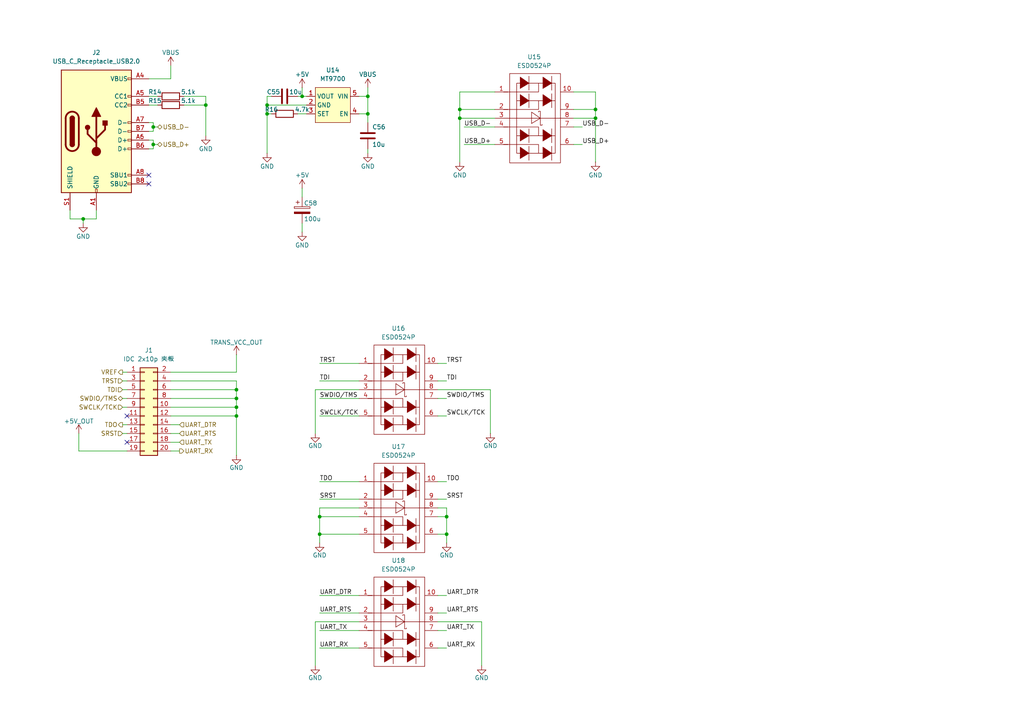
<source format=kicad_sch>
(kicad_sch (version 20241209) (generator "eeschema") (generator_version "9.0")
  (paper "A4")
  (lib_symbols
    (symbol "Connector:USB_C_Receptacle_USB2.0" (pin_names (offset 1.016))
      (property "Reference" "J" (at -10.16 19.05 0))
      (property "Value" "USB_C_Receptacle_USB2.0" (at 19.05 19.05 0))
      (symbol "USB_C_Receptacle_USB2.0_0_0"
        (rectangle (start -0.254 -17.78) (end 0.254 -16.764))
        (rectangle (start 10.16 15.494) (end 9.144 14.986))
        (rectangle (start 10.16 10.414) (end 9.144 9.906))
        (rectangle (start 10.16 7.874) (end 9.144 7.366))
        (rectangle (start 10.16 2.794) (end 9.144 2.286))
        (rectangle (start 10.16 0.254) (end 9.144 -0.254))
        (rectangle (start 10.16 -2.286) (end 9.144 -2.794))
        (rectangle (start 10.16 -4.826) (end 9.144 -5.334))
        (rectangle (start 10.16 -12.446) (end 9.144 -12.954))
        (rectangle (start 10.16 -14.986) (end 9.144 -15.494))
      )
      (symbol "USB_C_Receptacle_USB2.0_0_1"
        (rectangle (start -10.16 17.78) (end 10.16 -17.78) (stroke (width 0.254)) (fill (type background)))
        (polyline (pts (xy -8.89 -3.81) (xy -8.89 3.81)) (stroke (width 0.508)))
        (rectangle (start -7.62 -3.81) (end -6.35 3.81) (stroke (width 0.254)) (fill (type outline)))
        (arc (start -7.62 3.81) (mid -6.985 4.4423) (end -6.35 3.81) (stroke (width 0.254)) (fill (type outline)))
        (arc (start -7.62 3.81) (mid -6.985 4.4423) (end -6.35 3.81) (stroke (width 0.254)))
        (arc (start -8.89 3.81) (mid -6.985 5.7067) (end -5.08 3.81) (stroke (width 0.508)))
        (arc (start -5.08 -3.81) (mid -6.985 -5.7067) (end -8.89 -3.81) (stroke (width 0.508)))
        (arc (start -6.35 -3.81) (mid -6.985 -4.4423) (end -7.62 -3.81) (stroke (width 0.254)) (fill (type outline)))
        (arc (start -6.35 -3.81) (mid -6.985 -4.4423) (end -7.62 -3.81) (stroke (width 0.254)))
        (polyline (pts (xy -5.08 3.81) (xy -5.08 -3.81)) (stroke (width 0.508)))
        (circle (center -2.54 1.143) (radius 0.635) (stroke (width 0.254)) (fill (type outline)))
        (polyline (pts (xy -1.27 4.318) (xy 0 6.858) (xy 1.27 4.318) (xy -1.27 4.318)) (stroke (width 0.254)) (fill (type outline)))
        (polyline (pts (xy 0 -2.032) (xy 2.54 0.508) (xy 2.54 1.778)) (stroke (width 0.508)))
        (polyline (pts (xy 0 -3.302) (xy -2.54 -0.762) (xy -2.54 0.508)) (stroke (width 0.508)))
        (polyline (pts (xy 0 -5.842) (xy 0 4.318)) (stroke (width 0.508)))
        (circle (center 0 -5.842) (radius 1.27) (fill (type outline)))
        (rectangle (start 1.905 1.778) (end 3.175 3.048) (stroke (width 0.254)) (fill (type outline)))
      )
      (symbol "USB_C_Receptacle_USB2.0_1_1"
        (pin passive line (at -7.62 -22.86 90) (length 5.08) (name "SHIELD") (number "S1"))
        (pin passive line (at 0 -22.86 90) (length 5.08) (name "GND") (number "A1"))
        (pin passive line (at 0 -22.86 90) (length 5.08) (hide yes) (name "GND") (number "A12"))
        (pin passive line (at 0 -22.86 90) (length 5.08) (hide yes) (name "GND") (number "B1"))
        (pin passive line (at 0 -22.86 90) (length 5.08) (hide yes) (name "GND") (number "B12"))
        (pin passive line (at 15.24 15.24 180) (length 5.08) (name "VBUS") (number "A4"))
        (pin passive line (at 15.24 15.24 180) (length 5.08) (hide yes) (name "VBUS") (number "A9"))
        (pin passive line (at 15.24 15.24 180) (length 5.08) (hide yes) (name "VBUS") (number "B4"))
        (pin passive line (at 15.24 15.24 180) (length 5.08) (hide yes) (name "VBUS") (number "B9"))
        (pin bidirectional line (at 15.24 10.16 180) (length 5.08) (name "CC1") (number "A5"))
        (pin bidirectional line (at 15.24 7.62 180) (length 5.08) (name "CC2") (number "B5"))
        (pin bidirectional line (at 15.24 2.54 180) (length 5.08) (name "D-") (number "A7"))
        (pin bidirectional line (at 15.24 0 180) (length 5.08) (name "D-") (number "B7"))
        (pin bidirectional line (at 15.24 -2.54 180) (length 5.08) (name "D+") (number "A6"))
        (pin bidirectional line (at 15.24 -5.08 180) (length 5.08) (name "D+") (number "B6"))
        (pin bidirectional line (at 15.24 -12.7 180) (length 5.08) (name "SBU1") (number "A8"))
        (pin bidirectional line (at 15.24 -15.24 180) (length 5.08) (name "SBU2") (number "B8"))
      )
    )
    (symbol "Connector_Generic:Conn_02x10_Odd_Even" (pin_names (offset 1.016) (hide yes))
      (property "Reference" "J" (at 1.27 12.7 0))
      (property "Value" "Conn_02x10_Odd_Even" (at 1.27 -15.24 0))
      (symbol "Conn_02x10_Odd_Even_1_1"
        (rectangle (start -1.27 11.43) (end 3.81 -13.97) (stroke (width 0.254)) (fill (type background)))
        (rectangle (start -1.27 10.287) (end 0 10.033) (stroke (width 0.1524)))
        (rectangle (start -1.27 7.747) (end 0 7.493) (stroke (width 0.1524)))
        (rectangle (start -1.27 5.207) (end 0 4.953) (stroke (width 0.1524)))
        (rectangle (start -1.27 2.667) (end 0 2.413) (stroke (width 0.1524)))
        (rectangle (start -1.27 0.127) (end 0 -0.127) (stroke (width 0.1524)))
        (rectangle (start -1.27 -2.413) (end 0 -2.667) (stroke (width 0.1524)))
        (rectangle (start -1.27 -4.953) (end 0 -5.207) (stroke (width 0.1524)))
        (rectangle (start -1.27 -7.493) (end 0 -7.747) (stroke (width 0.1524)))
        (rectangle (start -1.27 -10.033) (end 0 -10.287) (stroke (width 0.1524)))
        (rectangle (start -1.27 -12.573) (end 0 -12.827) (stroke (width 0.1524)))
        (rectangle (start 3.81 10.287) (end 2.54 10.033) (stroke (width 0.1524)))
        (rectangle (start 3.81 7.747) (end 2.54 7.493) (stroke (width 0.1524)))
        (rectangle (start 3.81 5.207) (end 2.54 4.953) (stroke (width 0.1524)))
        (rectangle (start 3.81 2.667) (end 2.54 2.413) (stroke (width 0.1524)))
        (rectangle (start 3.81 0.127) (end 2.54 -0.127) (stroke (width 0.1524)))
        (rectangle (start 3.81 -2.413) (end 2.54 -2.667) (stroke (width 0.1524)))
        (rectangle (start 3.81 -4.953) (end 2.54 -5.207) (stroke (width 0.1524)))
        (rectangle (start 3.81 -7.493) (end 2.54 -7.747) (stroke (width 0.1524)))
        (rectangle (start 3.81 -10.033) (end 2.54 -10.287) (stroke (width 0.1524)))
        (rectangle (start 3.81 -12.573) (end 2.54 -12.827) (stroke (width 0.1524)))
        (pin passive line (at -5.08 10.16 0) (length 3.81) (name "Pin_1") (number "1"))
        (pin passive line (at -5.08 7.62 0) (length 3.81) (name "Pin_3") (number "3"))
        (pin passive line (at -5.08 5.08 0) (length 3.81) (name "Pin_5") (number "5"))
        (pin passive line (at -5.08 2.54 0) (length 3.81) (name "Pin_7") (number "7"))
        (pin passive line (at -5.08 0 0) (length 3.81) (name "Pin_9") (number "9"))
        (pin passive line (at -5.08 -2.54 0) (length 3.81) (name "Pin_11") (number "11"))
        (pin passive line (at -5.08 -5.08 0) (length 3.81) (name "Pin_13") (number "13"))
        (pin passive line (at -5.08 -7.62 0) (length 3.81) (name "Pin_15") (number "15"))
        (pin passive line (at -5.08 -10.16 0) (length 3.81) (name "Pin_17") (number "17"))
        (pin passive line (at -5.08 -12.7 0) (length 3.81) (name "Pin_19") (number "19"))
        (pin passive line (at 7.62 10.16 180) (length 3.81) (name "Pin_2") (number "2"))
        (pin passive line (at 7.62 7.62 180) (length 3.81) (name "Pin_4") (number "4"))
        (pin passive line (at 7.62 5.08 180) (length 3.81) (name "Pin_6") (number "6"))
        (pin passive line (at 7.62 2.54 180) (length 3.81) (name "Pin_8") (number "8"))
        (pin passive line (at 7.62 0 180) (length 3.81) (name "Pin_10") (number "10"))
        (pin passive line (at 7.62 -2.54 180) (length 3.81) (name "Pin_12") (number "12"))
        (pin passive line (at 7.62 -5.08 180) (length 3.81) (name "Pin_14") (number "14"))
        (pin passive line (at 7.62 -7.62 180) (length 3.81) (name "Pin_16") (number "16"))
        (pin passive line (at 7.62 -10.16 180) (length 3.81) (name "Pin_18") (number "18"))
        (pin passive line (at 7.62 -12.7 180) (length 3.81) (name "Pin_20") (number "20"))
      )
    )
    (symbol "Device:C" (pin_numbers (hide yes)) (pin_names (offset 0.254))
      (property "Reference" "C" (at 0.635 2.54 0))
      (property "Value" "C" (at 0.635 -2.54 0))
      (symbol "C_0_1"
        (polyline (pts (xy -2.032 0.762) (xy 2.032 0.762)) (stroke (width 0.508)))
        (polyline (pts (xy -2.032 -0.762) (xy 2.032 -0.762)) (stroke (width 0.508)))
      )
      (symbol "C_1_1"
        (pin passive line (at 0 3.81 270) (length 2.794) (name "~") (number "1"))
        (pin passive line (at 0 -3.81 90) (length 2.794) (name "~") (number "2"))
      )
    )
    (symbol "Device:C_Polarized" (pin_numbers (hide yes)) (pin_names (offset 0.254))
      (property "Reference" "C" (at 0.635 2.54 0))
      (property "Value" "C_Polarized" (at 0.635 -2.54 0))
      (symbol "C_Polarized_0_1"
        (rectangle (start -2.286 0.508) (end 2.286 1.016))
        (polyline (pts (xy -1.778 2.286) (xy -0.762 2.286)))
        (polyline (pts (xy -1.27 2.794) (xy -1.27 1.778)))
        (rectangle (start 2.286 -0.508) (end -2.286 -1.016) (fill (type outline)))
      )
      (symbol "C_Polarized_1_1"
        (pin passive line (at 0 3.81 270) (length 2.794) (name "~") (number "1"))
        (pin passive line (at 0 -3.81 90) (length 2.794) (name "~") (number "2"))
      )
    )
    (symbol "Device:R" (pin_numbers (hide yes)) (pin_names (offset 0))
      (property "Reference" "R" (at 2.032 0 90))
      (property "Value" "R" (at 0 0 90))
      (symbol "R_0_1"
        (rectangle (start -1.016 -2.54) (end 1.016 2.54) (stroke (width 0.254)))
      )
      (symbol "R_1_1"
        (pin passive line (at 0 3.81 270) (length 1.27) (name "~") (number "1"))
        (pin passive line (at 0 -3.81 90) (length 1.27) (name "~") (number "2"))
      )
    )
    (symbol "ESD-TVS:ESD0524P" (pin_names (offset 1.016) (hide yes))
      (property "Reference" "U" (at 0 15.494 0))
      (property "Value" "ESD0524P" (at 0 20.574 0))
      (symbol "ESD0524P_1_1"
        (polyline (pts (xy -10.16 0) (xy 7.62 0)) (stroke (width 0.1524)))
        (rectangle (start -8.382 12.954) (end 6.35 -12.954) (stroke (width 0.1524)))
        (polyline (pts (xy -6.35 5.08) (xy 4.826 5.08)) (stroke (width 0.1524)))
        (polyline (pts (xy -6.35 -5.08) (xy 4.826 -5.08)) (stroke (width 0.1524)))
        (polyline (pts (xy -5.334 10.16) (xy -6.35 10.16) (xy -6.35 -10.16) (xy -5.334 -10.16)) (stroke (width 0.1524)))
        (polyline (pts (xy -5.334 8.636) (xy -2.794 10.16) (xy -5.334 11.938) (xy -5.334 8.636)) (stroke (width 0.1524)) (fill (type outline)))
        (polyline (pts (xy -5.334 3.556) (xy -2.794 5.08) (xy -5.334 6.858) (xy -5.334 3.556)) (stroke (width 0.1524)) (fill (type outline)))
        (polyline (pts (xy -5.334 -6.604) (xy -2.794 -5.08) (xy -5.334 -3.302) (xy -5.334 -6.604)) (stroke (width 0.1524)) (fill (type outline)))
        (polyline (pts (xy -5.334 -11.684) (xy -2.794 -10.16) (xy -5.334 -8.382) (xy -5.334 -11.684)) (stroke (width 0.1524)) (fill (type outline)))
        (polyline (pts (xy -3.048 10.16) (xy 4.826 10.16) (xy 4.826 -10.16) (xy -2.794 -10.16)) (stroke (width 0.1524)))
        (polyline (pts (xy -2.794 12.192) (xy -2.794 8.128)) (stroke (width 0.1524)))
        (polyline (pts (xy -2.794 7.112) (xy -2.794 3.048)) (stroke (width 0.1524)))
        (polyline (pts (xy -2.794 -3.048) (xy -2.794 -7.112)) (stroke (width 0.1524)))
        (polyline (pts (xy -2.794 -8.128) (xy -2.794 -12.192)) (stroke (width 0.1524)))
        (polyline (pts (xy -2.032 -1.524) (xy 0.508 0) (xy -2.032 1.778) (xy -2.032 -1.524)) (stroke (width 0.1524)))
        (polyline (pts (xy 0 10.16) (xy 0 7.62) (xy -10.16 7.62)) (stroke (width 0.1524)))
        (polyline (pts (xy 0 5.08) (xy 0 2.54) (xy -10.16 2.54)) (stroke (width 0.1524)))
        (polyline (pts (xy 0 -5.08) (xy 0 -2.54) (xy -10.16 -2.54)) (stroke (width 0.1524)))
        (polyline (pts (xy 0 -10.16) (xy 0 -7.62) (xy -10.16 -7.62)) (stroke (width 0.1524)))
        (polyline (pts (xy 1.016 -1.778) (xy 1.016 -2.032) (xy 0.508 -2.032) (xy 0.508 2.032) (xy 0 2.032) (xy 0 1.778)) (stroke (width 0.1524)))
        (polyline (pts (xy 1.27 8.636) (xy 3.81 10.16) (xy 1.27 11.938) (xy 1.27 8.636)) (stroke (width 0.1524)) (fill (type outline)))
        (polyline (pts (xy 1.27 3.556) (xy 3.81 5.08) (xy 1.27 6.858) (xy 1.27 3.556)) (stroke (width 0.1524)) (fill (type outline)))
        (polyline (pts (xy 1.27 -6.604) (xy 3.81 -5.08) (xy 1.27 -3.302) (xy 1.27 -6.604)) (stroke (width 0.1524)) (fill (type outline)))
        (polyline (pts (xy 1.27 -11.684) (xy 3.81 -10.16) (xy 1.27 -8.382) (xy 1.27 -11.684)) (stroke (width 0.1524)) (fill (type outline)))
        (polyline (pts (xy 3.81 12.192) (xy 3.81 8.128)) (stroke (width 0.1524)))
        (polyline (pts (xy 3.81 7.112) (xy 3.81 3.048)) (stroke (width 0.1524)))
        (polyline (pts (xy 3.81 -3.048) (xy 3.81 -7.112)) (stroke (width 0.1524)))
        (polyline (pts (xy 3.81 -8.128) (xy 3.81 -12.192)) (stroke (width 0.1524)))
        (pin passive line (at -12.7 7.62 0) (length 3.81) (name "1") (number "1"))
        (pin passive line (at -12.7 2.54 0) (length 3.81) (name "2") (number "2"))
        (pin passive line (at -12.7 0 0) (length 3.81) (name "3") (number "3"))
        (pin passive line (at -12.7 -2.54 0) (length 3.81) (name "4") (number "4"))
        (pin passive line (at -12.7 -7.62 0) (length 3.81) (name "5") (number "5"))
        (pin passive line (at 10.16 7.62 180) (length 3.81) (name "10") (number "10"))
        (pin passive line (at 10.16 2.54 180) (length 3.81) (name "9") (number "9"))
        (pin passive line (at 10.16 0 180) (length 3.81) (name "8") (number "8"))
        (pin passive line (at 10.16 -2.54 180) (length 3.81) (name "7") (number "7"))
        (pin passive line (at 10.16 -7.62 180) (length 3.81) (name "6") (number "6"))
      )
    )
    (symbol "Load Switch:MT9700"
      (property "Reference" "U" (at 2.54 8.89 0))
      (property "Value" "MT9700" (at 0 0 0))
      (symbol "MT9700_1_1"
        (rectangle (start -1.27 5.08) (end 8.89 -5.08) (fill (type background)))
        (pin bidirectional line (at -3.81 2.54 0) (length 2.54) (name "VOUT") (number "1"))
        (pin power_in line (at -3.81 0 0) (length 2.54) (name "GND") (number "2"))
        (pin bidirectional line (at -3.81 -2.54 0) (length 2.54) (name "SET") (number "3"))
        (pin power_in line (at 11.43 2.54 180) (length 2.54) (name "VIN") (number "5"))
        (pin bidirectional line (at 11.43 -2.54 180) (length 2.54) (name "EN") (number "4"))
      )
    )
    (symbol "power:+5V" (power) (pin_numbers (hide yes)) (pin_names (offset 0) (hide yes))
      (property "Value" "+5V" (at 0 3.556 0))
      (symbol "+5V_0_1"
        (polyline (pts (xy -0.762 1.27) (xy 0 2.54)))
        (polyline (pts (xy 0 2.54) (xy 0.762 1.27)))
        (polyline (pts (xy 0 0) (xy 0 2.54)))
      )
      (symbol "+5V_1_1"
        (pin power_in line (at 0 0 90) (length 0) (name "~") (number "1"))
      )
    )
    (symbol "power:+5VA" (power) (pin_numbers (hide yes)) (pin_names (offset 0) (hide yes))
      (property "Value" "+5VA" (at 0 3.556 0))
      (symbol "+5VA_0_1"
        (polyline (pts (xy -0.762 1.27) (xy 0 2.54)))
        (polyline (pts (xy 0 2.54) (xy 0.762 1.27)))
        (polyline (pts (xy 0 0) (xy 0 2.54)))
      )
      (symbol "+5VA_1_1"
        (pin power_in line (at 0 0 90) (length 0) (name "~") (number "1"))
      )
    )
    (symbol "power:GND" (power) (pin_numbers (hide yes)) (pin_names (offset 0) (hide yes))
      (property "Value" "GND" (at 0 -3.81 0))
      (symbol "GND_0_1"
        (polyline (pts (xy 0 0) (xy 0 -1.27) (xy 1.27 -1.27) (xy 0 -2.54) (xy -1.27 -1.27) (xy 0 -1.27)))
      )
      (symbol "GND_1_1"
        (pin power_in line (at 0 0 270) (length 0) (name "~") (number "1"))
      )
    )
    (symbol "power:VBUS" (power) (pin_names (offset 0))
      (property "Value" "VBUS" (at 0 3.81 0))
      (symbol "VBUS_0_1"
        (polyline (pts (xy -0.762 1.27) (xy 0 2.54)))
        (polyline (pts (xy 0 2.54) (xy 0.762 1.27)))
        (polyline (pts (xy 0 0) (xy 0 2.54)))
      )
      (symbol "VBUS_1_1"
        (pin power_in line (at 0 0 90) (length 0) (hide yes) (name "VBUS") (number "1"))
      )
    )
    (symbol "power:VCC" (power) (pin_numbers (hide yes)) (pin_names (offset 0) (hide yes))
      (property "Value" "VCC" (at 0 3.556 0))
      (symbol "VCC_0_1"
        (polyline (pts (xy -0.762 1.27) (xy 0 2.54)))
        (polyline (pts (xy 0 2.54) (xy 0.762 1.27)))
        (polyline (pts (xy 0 0) (xy 0 2.54)))
      )
      (symbol "VCC_1_1"
        (pin power_in line (at 0 0 90) (length 0) (name "~") (number "1"))
      )
    )
  )
  (junction (at 68.58 118.11))
  (junction (at 77.47 30.48))
  (junction (at 129.54 154.94))
  (junction (at 92.71 154.94))
  (junction (at 129.54 149.86))
  (junction (at 24.13 63.5))
  (junction (at 77.47 33.02))
  (junction (at 92.71 149.86))
  (junction (at 106.68 33.02))
  (junction (at 59.69 30.48))
  (junction (at 68.58 113.03))
  (junction (at 68.58 115.57))
  (junction (at 172.72 31.75))
  (junction (at 106.68 27.94))
  (junction (at 133.35 31.75))
  (junction (at 44.45 36.83))
  (junction (at 172.72 34.29))
  (junction (at 44.45 41.91))
  (junction (at 87.63 27.94))
  (junction (at 68.58 120.65))
  (junction (at 133.35 34.29))
  (no_connect (at 43.18 53.34))
  (no_connect (at 43.18 50.8))
  (no_connect (at 36.83 128.27))
  (no_connect (at 36.83 120.65))
  (wire (pts (xy 92.71 110.49) (xy 104.14 110.49)))
  (wire (pts (xy 88.9 27.94) (xy 87.63 27.94)))
  (wire (pts (xy 104.14 180.34) (xy 91.44 180.34)))
  (wire (pts (xy 35.56 125.73) (xy 36.83 125.73)))
  (wire (pts (xy 20.32 63.5) (xy 24.13 63.5)))
  (wire (pts (xy 106.68 43.18) (xy 106.68 44.45)))
  (wire (pts (xy 92.71 182.88) (xy 104.14 182.88)))
  (wire (pts (xy 133.35 26.67) (xy 143.51 26.67)))
  (wire (pts (xy 49.53 115.57) (xy 68.58 115.57)))
  (wire (pts (xy 49.53 19.05) (xy 49.53 22.86)))
  (wire (pts (xy 106.68 33.02) (xy 106.68 27.94)))
  (wire (pts (xy 49.53 113.03) (xy 68.58 113.03)))
  (wire (pts (xy 92.71 154.94) (xy 92.71 157.48)))
  (wire (pts (xy 92.71 187.96) (xy 104.14 187.96)))
  (wire (pts (xy 133.35 31.75) (xy 143.51 31.75)))
  (wire (pts (xy 129.54 182.88) (xy 127 182.88)))
  (wire (pts (xy 172.72 31.75) (xy 172.72 34.29)))
  (wire (pts (xy 134.62 41.91) (xy 143.51 41.91)))
  (wire (pts (xy 77.47 27.94) (xy 77.47 30.48)))
  (wire (pts (xy 91.44 113.03) (xy 91.44 125.73)))
  (wire (pts (xy 44.45 43.18) (xy 43.18 43.18)))
  (wire (pts (xy 142.24 113.03) (xy 142.24 125.73)))
  (wire (pts (xy 53.34 30.48) (xy 59.69 30.48)))
  (wire (pts (xy 129.54 105.41) (xy 127 105.41)))
  (wire (pts (xy 68.58 113.03) (xy 68.58 115.57)))
  (wire (pts (xy 49.53 123.19) (xy 52.07 123.19)))
  (wire (pts (xy 86.36 33.02) (xy 88.9 33.02)))
  (wire (pts (xy 77.47 33.02) (xy 77.47 44.45)))
  (wire (pts (xy 92.71 149.86) (xy 92.71 154.94)))
  (wire (pts (xy 35.56 110.49) (xy 36.83 110.49)))
  (wire (pts (xy 87.63 64.77) (xy 87.63 67.31)))
  (wire (pts (xy 92.71 120.65) (xy 104.14 120.65)))
  (wire (pts (xy 68.58 102.87) (xy 68.58 107.95)))
  (wire (pts (xy 59.69 27.94) (xy 59.69 30.48)))
  (wire (pts (xy 91.44 180.34) (xy 91.44 193.04)))
  (wire (pts (xy 129.54 154.94) (xy 129.54 157.48)))
  (wire (pts (xy 166.37 34.29) (xy 172.72 34.29)))
  (wire (pts (xy 172.72 26.67) (xy 172.72 31.75)))
  (wire (pts (xy 127 113.03) (xy 142.24 113.03)))
  (wire (pts (xy 104.14 147.32) (xy 92.71 147.32)))
  (wire (pts (xy 127 147.32) (xy 129.54 147.32)))
  (wire (pts (xy 44.45 41.91) (xy 45.72 41.91)))
  (wire (pts (xy 104.14 154.94) (xy 92.71 154.94)))
  (wire (pts (xy 166.37 31.75) (xy 172.72 31.75)))
  (wire (pts (xy 92.71 172.72) (xy 104.14 172.72)))
  (wire (pts (xy 106.68 25.4) (xy 106.68 27.94)))
  (wire (pts (xy 129.54 110.49) (xy 127 110.49)))
  (wire (pts (xy 49.53 118.11) (xy 68.58 118.11)))
  (wire (pts (xy 127 149.86) (xy 129.54 149.86)))
  (wire (pts (xy 92.71 144.78) (xy 104.14 144.78)))
  (wire (pts (xy 104.14 33.02) (xy 106.68 33.02)))
  (wire (pts (xy 49.53 125.73) (xy 52.07 125.73)))
  (wire (pts (xy 166.37 26.67) (xy 172.72 26.67)))
  (wire (pts (xy 129.54 115.57) (xy 127 115.57)))
  (wire (pts (xy 49.53 120.65) (xy 68.58 120.65)))
  (wire (pts (xy 44.45 36.83) (xy 45.72 36.83)))
  (wire (pts (xy 53.34 27.94) (xy 59.69 27.94)))
  (wire (pts (xy 35.56 123.19) (xy 36.83 123.19)))
  (wire (pts (xy 43.18 27.94) (xy 45.72 27.94)))
  (wire (pts (xy 92.71 105.41) (xy 104.14 105.41)))
  (wire (pts (xy 68.58 107.95) (xy 49.53 107.95)))
  (wire (pts (xy 133.35 26.67) (xy 133.35 31.75)))
  (wire (pts (xy 22.86 125.73) (xy 22.86 130.81)))
  (wire (pts (xy 35.56 113.03) (xy 36.83 113.03)))
  (wire (pts (xy 129.54 144.78) (xy 127 144.78)))
  (wire (pts (xy 129.54 120.65) (xy 127 120.65)))
  (wire (pts (xy 24.13 63.5) (xy 27.94 63.5)))
  (wire (pts (xy 172.72 34.29) (xy 172.72 46.99)))
  (wire (pts (xy 78.74 27.94) (xy 77.47 27.94)))
  (wire (pts (xy 92.71 139.7) (xy 104.14 139.7)))
  (wire (pts (xy 35.56 107.95) (xy 36.83 107.95)))
  (wire (pts (xy 68.58 120.65) (xy 68.58 132.08)))
  (wire (pts (xy 133.35 31.75) (xy 133.35 34.29)))
  (wire (pts (xy 49.53 128.27) (xy 52.07 128.27)))
  (wire (pts (xy 133.35 34.29) (xy 133.35 46.99)))
  (wire (pts (xy 68.58 118.11) (xy 68.58 120.65)))
  (wire (pts (xy 127 180.34) (xy 139.7 180.34)))
  (wire (pts (xy 27.94 63.5) (xy 27.94 60.96)))
  (wire (pts (xy 35.56 115.57) (xy 36.83 115.57)))
  (wire (pts (xy 166.37 36.83) (xy 168.91 36.83)))
  (wire (pts (xy 127 154.94) (xy 129.54 154.94)))
  (wire (pts (xy 129.54 177.8) (xy 127 177.8)))
  (wire (pts (xy 104.14 113.03) (xy 91.44 113.03)))
  (wire (pts (xy 87.63 54.61) (xy 87.63 57.15)))
  (wire (pts (xy 106.68 33.02) (xy 106.68 35.56)))
  (wire (pts (xy 49.53 130.81) (xy 52.07 130.81)))
  (wire (pts (xy 139.7 180.34) (xy 139.7 193.04)))
  (wire (pts (xy 35.56 118.11) (xy 36.83 118.11)))
  (wire (pts (xy 129.54 147.32) (xy 129.54 149.86)))
  (wire (pts (xy 92.71 147.32) (xy 92.71 149.86)))
  (wire (pts (xy 106.68 27.94) (xy 104.14 27.94)))
  (wire (pts (xy 77.47 33.02) (xy 78.74 33.02)))
  (wire (pts (xy 129.54 187.96) (xy 127 187.96)))
  (wire (pts (xy 20.32 60.96) (xy 20.32 63.5)))
  (wire (pts (xy 24.13 63.5) (xy 24.13 64.77)))
  (wire (pts (xy 129.54 172.72) (xy 127 172.72)))
  (wire (pts (xy 68.58 115.57) (xy 68.58 118.11)))
  (wire (pts (xy 133.35 34.29) (xy 143.51 34.29)))
  (wire (pts (xy 68.58 110.49) (xy 68.58 113.03)))
  (wire (pts (xy 43.18 35.56) (xy 44.45 35.56)))
  (wire (pts (xy 44.45 38.1) (xy 43.18 38.1)))
  (wire (pts (xy 44.45 35.56) (xy 44.45 36.83)))
  (wire (pts (xy 22.86 130.81) (xy 36.83 130.81)))
  (wire (pts (xy 44.45 36.83) (xy 44.45 38.1)))
  (wire (pts (xy 88.9 30.48) (xy 77.47 30.48)))
  (wire (pts (xy 59.69 30.48) (xy 59.69 39.37)))
  (wire (pts (xy 87.63 25.4) (xy 87.63 27.94)))
  (wire (pts (xy 49.53 110.49) (xy 68.58 110.49)))
  (wire (pts (xy 134.62 36.83) (xy 143.51 36.83)))
  (wire (pts (xy 43.18 30.48) (xy 45.72 30.48)))
  (wire (pts (xy 87.63 27.94) (xy 86.36 27.94)))
  (wire (pts (xy 92.71 177.8) (xy 104.14 177.8)))
  (wire (pts (xy 92.71 115.57) (xy 104.14 115.57)))
  (wire (pts (xy 77.47 30.48) (xy 77.47 33.02)))
  (wire (pts (xy 129.54 149.86) (xy 129.54 154.94)))
  (wire (pts (xy 129.54 139.7) (xy 127 139.7)))
  (wire (pts (xy 166.37 41.91) (xy 168.91 41.91)))
  (wire (pts (xy 43.18 40.64) (xy 44.45 40.64)))
  (wire (pts (xy 44.45 41.91) (xy 44.45 43.18)))
  (wire (pts (xy 44.45 40.64) (xy 44.45 41.91)))
  (wire (pts (xy 92.71 149.86) (xy 104.14 149.86)))
  (wire (pts (xy 43.18 22.86) (xy 49.53 22.86)))
  (label "UART_RTS" (at 92.71 177.8 0))
  (label "UART_RTS" (at 129.54 177.8 0))
  (label "USB_D-" (at 134.62 36.83 0))
  (label "SWCLK{slash}TCK" (at 92.71 120.65 0))
  (label "TRST" (at 92.71 105.41 0))
  (label "UART_TX" (at 129.54 182.88 0))
  (label "UART_RX" (at 92.71 187.96 0))
  (label "UART_TX" (at 92.71 182.88 0))
  (label "UART_DTR" (at 92.71 172.72 0))
  (label "UART_RX" (at 129.54 187.96 0))
  (label "UART_DTR" (at 129.54 172.72 0))
  (label "TDO" (at 129.54 139.7 0))
  (label "USB_D+" (at 134.62 41.91 0))
  (label "SWCLK{slash}TCK" (at 129.54 120.65 0))
  (label "TDI" (at 92.71 110.49 0))
  (label "" (at 35.56 113.03 0))
  (label "TDO" (at 92.71 139.7 0))
  (label "SWDIO{slash}TMS" (at 92.71 115.57 0))
  (label "USB_D+" (at 168.91 41.91 0))
  (label "TDI" (at 129.54 110.49 0))
  (label "SWDIO{slash}TMS" (at 129.54 115.57 0))
  (label "SRST" (at 129.54 144.78 0))
  (label "TRST" (at 129.54 105.41 0))
  (label "USB_D-" (at 168.91 36.83 0))
  (label "SRST" (at 92.71 144.78 0))
  (hierarchical_label "UART_RTS" (shape input) (at 52.07 125.73 0))
  (hierarchical_label "SWDIO/TMS" (shape bidirectional) (at 35.56 115.57 180))
  (hierarchical_label "USB_D-" (shape bidirectional) (at 45.72 36.83 0))
  (hierarchical_label "VREF" (shape output) (at 35.56 107.95 180))
  (hierarchical_label "TDO" (shape output) (at 35.56 123.19 180))
  (hierarchical_label "SRST" (shape input) (at 35.56 125.73 180))
  (hierarchical_label "UART_RX" (shape output) (at 52.07 130.81 0))
  (hierarchical_label "UART_TX" (shape input) (at 52.07 128.27 0))
  (hierarchical_label "UART_DTR" (shape input) (at 52.07 123.19 0))
  (hierarchical_label "TDI" (shape input) (at 35.56 113.03 180))
  (hierarchical_label "SWCLK/TCK" (shape input) (at 35.56 118.11 180))
  (hierarchical_label "USB_D+" (shape bidirectional) (at 45.72 41.91 0))
  (hierarchical_label "TRST" (shape input) (at 35.56 110.49 180))
  (symbol (lib_id "power:GND") (at 91.44 193.04 0) (unit 1)
    (property "Reference" "#PWR0116" (effects (hide yes)))
    (property "Value" "GND" (at 91.44 196.596 0))
    (property "Description" "Power symbol creates a global label with name \"GND\" , ground" (effects (hide yes)))
  )
  (symbol (lib_id "power:GND") (at 129.54 157.48 0) (unit 1)
    (property "Reference" "#PWR0115" (effects (hide yes)))
    (property "Value" "GND" (at 129.54 161.036 0))
    (property "Description" "Power symbol creates a global label with name \"GND\" , ground" (effects (hide yes)))
  )
  (symbol (lib_id "power:+5V") (at 87.63 54.61 0) (unit 1)
    (property "Reference" "#PWR085" (effects (hide yes)))
    (property "Value" "+5V" (at 87.63 50.8 0))
    (property "Description" "Power symbol creates a global label with name \"+5V\"" (effects (hide yes)))
  )
  (symbol (lib_id "power:VBUS") (at 49.53 19.05 0) (unit 1)
    (property "Reference" "#PWR098" (effects (hide yes)))
    (property "Value" "VBUS" (at 49.53 15.24 0))
    (property "Description" "Power symbol creates a global label with name \"VBUS\"" (effects (hide yes)))
  )
  (symbol (lib_id "Device:R") (at 49.53 30.48 90) (unit 1)
    (property "Reference" "R15" (at 44.958 29.21 90))
    (property "Value" "5.1k" (at 54.61 29.21 90))
    (property "Footprint" "Resistor_SMD:R_0402_1005Metric" (effects (hide yes)))
    (property "Description" "Resistor" (effects (hide yes)))
  )
  (symbol (lib_id "Device:C") (at 106.68 39.37 0) (unit 1)
    (property "Reference" "C56" (at 107.95 36.83 0) (effects (justify left)))
    (property "Value" "10u" (at 107.95 41.91 0) (effects (justify left)))
    (property "Footprint" "Capacitor_SMD:C_0603_1608Metric" (effects (hide yes)))
  )
  (symbol (lib_id "power:GND") (at 142.24 125.73 0) (unit 1)
    (property "Reference" "#PWR0113" (effects (hide yes)))
    (property "Value" "GND" (at 142.24 129.286 0))
    (property "Description" "Power symbol creates a global label with name \"GND\" , ground" (effects (hide yes)))
  )
  (symbol (lib_id "power:+5VA") (at 22.86 125.73 0) (unit 1)
    (property "Reference" "#PWR088" (effects (hide yes)))
    (property "Value" "+5V_OUT" (at 22.86 122.174 0))
    (property "Description" "Power symbol creates a global label with name \"+5VA\"" (effects (hide yes)))
  )
  (symbol (lib_id "power:GND") (at 139.7 193.04 0) (unit 1)
    (property "Reference" "#PWR0117" (effects (hide yes)))
    (property "Value" "GND" (at 139.7 196.596 0))
    (property "Description" "Power symbol creates a global label with name \"GND\" , ground" (effects (hide yes)))
  )
  (symbol (lib_id "power:GND") (at 59.69 39.37 0) (unit 1)
    (property "Reference" "#PWR0101" (effects (hide yes)))
    (property "Value" "GND" (at 59.69 43.18 0))
    (property "Description" "Power symbol creates a global label with name \"GND\" , ground" (effects (hide yes)))
  )
  (symbol (lib_id "power:GND") (at 133.35 46.99 0) (unit 1)
    (property "Reference" "#PWR0104" (effects (hide yes)))
    (property "Value" "GND" (at 133.35 50.8 0))
    (property "Description" "Power symbol creates a global label with name \"GND\" , ground" (effects (hide yes)))
  )
  (symbol (lib_id "Device:C") (at 82.55 27.94 90) (unit 1)
    (property "Reference" "C55" (at 81.28 26.67 90) (effects (justify left)))
    (property "Value" "10u" (at 87.63 26.67 90) (effects (justify left)))
    (property "Footprint" "Capacitor_SMD:C_0603_1608Metric" (effects (hide yes)))
  )
  (symbol (lib_id "ESD-TVS:ESD0524P") (at 116.84 113.03 0) (unit 1)
    (property "Reference" "U16" (at 115.57 95.25 0))
    (property "Value" "ESD0524P" (at 115.57 97.79 0))
    (property "Footprint" "ESD-TVS:DFN-10_L2.5-W1.0-P0.50-BL-A" (effects (hide yes)))
    (property "SuppliersPartNumber" "C2901307" (effects (hide yes)))
  )
  (symbol (lib_id "power:GND") (at 24.13 64.77 0) (unit 1)
    (property "Reference" "#PWR0106" (effects (hide yes)))
    (property "Value" "GND" (at 24.13 68.58 0))
    (property "Description" "Power symbol creates a global label with name \"GND\" , ground" (effects (hide yes)))
  )
  (symbol (lib_id "Device:R") (at 49.53 27.94 90) (unit 1)
    (property "Reference" "R14" (at 44.958 26.67 90))
    (property "Value" "5.1k" (at 54.61 26.67 90))
    (property "Footprint" "Resistor_SMD:R_0402_1005Metric" (effects (hide yes)))
    (property "Description" "Resistor" (effects (hide yes)))
  )
  (symbol (lib_id "Device:C_Polarized") (at 87.63 60.96 0) (unit 1)
    (property "Reference" "C58" (at 88.138 58.928 0) (effects (justify left)))
    (property "Value" "100u" (at 88.138 63.5 0) (effects (justify left)))
    (property "Footprint" "Capacitor_Tantalum_SMD:CP_EIA-3528-21_Kemet-B" (effects (hide yes)))
    (property "Description" "Polarized capacitor" (effects (hide yes)))
  )
  (symbol (lib_id "ESD-TVS:ESD0524P") (at 116.84 180.34 0) (unit 1)
    (property "Reference" "U18" (at 115.57 162.56 0))
    (property "Value" "ESD0524P" (at 115.57 165.1 0))
    (property "Footprint" "ESD-TVS:DFN-10_L2.5-W1.0-P0.50-BL-A" (effects (hide yes)))
    (property "SuppliersPartNumber" "C2901307" (effects (hide yes)))
  )
  (symbol (lib_id "power:GND") (at 106.68 44.45 0) (unit 1)
    (property "Reference" "#PWR0103" (effects (hide yes)))
    (property "Value" "GND" (at 106.68 48.26 0))
    (property "Description" "Power symbol creates a global label with name \"GND\" , ground" (effects (hide yes)))
  )
  (symbol (lib_id "power:GND") (at 91.44 125.73 0) (unit 1)
    (property "Reference" "#PWR0112" (effects (hide yes)))
    (property "Value" "GND" (at 91.44 129.286 0))
    (property "Description" "Power symbol creates a global label with name \"GND\" , ground" (effects (hide yes)))
  )
  (symbol (lib_id "power:+5V") (at 87.63 25.4 0) (unit 1)
    (property "Reference" "#PWR099" (effects (hide yes)))
    (property "Value" "+5V" (at 87.63 21.59 0))
    (property "Description" "Power symbol creates a global label with name \"+5V\"" (effects (hide yes)))
  )
  (symbol (lib_id "power:VBUS") (at 106.68 25.4 0) (unit 1)
    (property "Reference" "#PWR0100" (effects (hide yes)))
    (property "Value" "VBUS" (at 106.68 21.59 0))
    (property "Description" "Power symbol creates a global label with name \"VBUS\"" (effects (hide yes)))
  )
  (symbol (lib_id "power:GND") (at 68.58 132.08 0) (unit 1)
    (property "Reference" "#PWR084" (effects (hide yes)))
    (property "Value" "GND" (at 68.58 135.636 0))
    (property "Description" "Power symbol creates a global label with name \"GND\" , ground" (effects (hide yes)))
  )
  (symbol (lib_id "Connector:USB_C_Receptacle_USB2.0") (at 27.94 38.1 0) (unit 1)
    (property "Reference" "J2" (at 27.94 15.24 0))
    (property "Value" "USB_C_Receptacle_USB2.0" (at 27.94 17.78 0))
    (property "Footprint" "My USB Connector:USB-C-SMD_CX90M-16P" (effects (hide yes)))
    (property "Datasheet" "https://www.usb.org/sites/default/files/documents/usb_type-c.zip" (effects (hide yes)))
    (property "Description" "USB 2.0-only Type-C Receptacle connector" (effects (hide yes)))
  )
  (symbol (lib_id "Device:R") (at 82.55 33.02 90) (unit 1)
    (property "Reference" "R16" (at 78.74 31.75 90))
    (property "Value" "4.7k" (at 87.63 31.75 90))
    (property "Footprint" "Resistor_SMD:R_0402_1005Metric" (effects (hide yes)))
    (property "Description" "Resistor" (effects (hide yes)))
  )
  (symbol (lib_id "power:GND") (at 172.72 46.99 0) (unit 1)
    (property "Reference" "#PWR0105" (effects (hide yes)))
    (property "Value" "GND" (at 172.72 50.8 0))
    (property "Description" "Power symbol creates a global label with name \"GND\" , ground" (effects (hide yes)))
  )
  (symbol (lib_id "Connector_Generic:Conn_02x10_Odd_Even") (at 41.91 118.11 0) (unit 1)
    (property "Reference" "J1" (at 43.18 101.6 0))
    (property "Value" "IDC 2x10p 夹板" (at 43.18 104.14 0))
    (property "Footprint" "connector:Conn_02x10_IDC_SMD" (effects (hide yes)))
    (property "Description" "Generic connector, double row, 02x10, odd/even pin numbering scheme (row 1 odd numbers, row 2 even numbers), script generated (kicad-library-utils/schlib/autogen/connector/)" (effects (hide yes)))
  )
  (symbol (lib_id "power:GND") (at 77.47 44.45 0) (unit 1)
    (property "Reference" "#PWR0102" (effects (hide yes)))
    (property "Value" "GND" (at 77.47 48.26 0))
    (property "Description" "Power symbol creates a global label with name \"GND\" , ground" (effects (hide yes)))
  )
  (symbol (lib_id "ESD-TVS:ESD0524P") (at 116.84 147.32 0) (unit 1)
    (property "Reference" "U17" (at 115.57 129.54 0))
    (property "Value" "ESD0524P" (at 115.57 132.08 0))
    (property "Footprint" "ESD-TVS:DFN-10_L2.5-W1.0-P0.50-BL-A" (effects (hide yes)))
    (property "SuppliersPartNumber" "C2901307" (effects (hide yes)))
  )
  (symbol (lib_id "Load Switch:MT9700") (at 92.71 30.48 0) (unit 1)
    (property "Reference" "U14" (at 96.52 20.32 0))
    (property "Value" "MT9700" (at 96.52 22.86 0))
    (property "Footprint" "Package_TO_SOT_SMD:SOT-23-5" (effects (hide yes)))
  )
  (symbol (lib_id "power:GND") (at 92.71 157.48 0) (unit 1)
    (property "Reference" "#PWR0114" (effects (hide yes)))
    (property "Value" "GND" (at 92.71 161.036 0))
    (property "Description" "Power symbol creates a global label with name \"GND\" , ground" (effects (hide yes)))
  )
  (symbol (lib_id "power:VCC") (at 68.58 102.87 0) (unit 1)
    (property "Reference" "#PWR0124" (effects (hide yes)))
    (property "Value" "TRANS_VCC_OUT" (at 68.58 99.314 0))
    (property "Description" "Power symbol creates a global label with name \"VCC\"" (effects (hide yes)))
  )
  (symbol (lib_id "ESD-TVS:ESD0524P") (at 156.21 34.29 0) (unit 1)
    (property "Reference" "U15" (at 154.94 16.51 0))
    (property "Value" "ESD0524P" (at 154.94 19.05 0))
    (property "Footprint" "ESD-TVS:DFN-10_L2.5-W1.0-P0.50-BL-A" (effects (hide yes)))
    (property "SuppliersPartNumber" "C2901307" (effects (hide yes)))
  )
  (symbol (lib_id "power:GND") (at 87.63 67.31 0) (unit 1)
    (property "Reference" "#PWR0125" (effects (hide yes)))
    (property "Value" "GND" (at 87.63 71.12 0))
    (property "Description" "Power symbol creates a global label with name \"GND\" , ground" (effects (hide yes)))
  )
)
</source>
